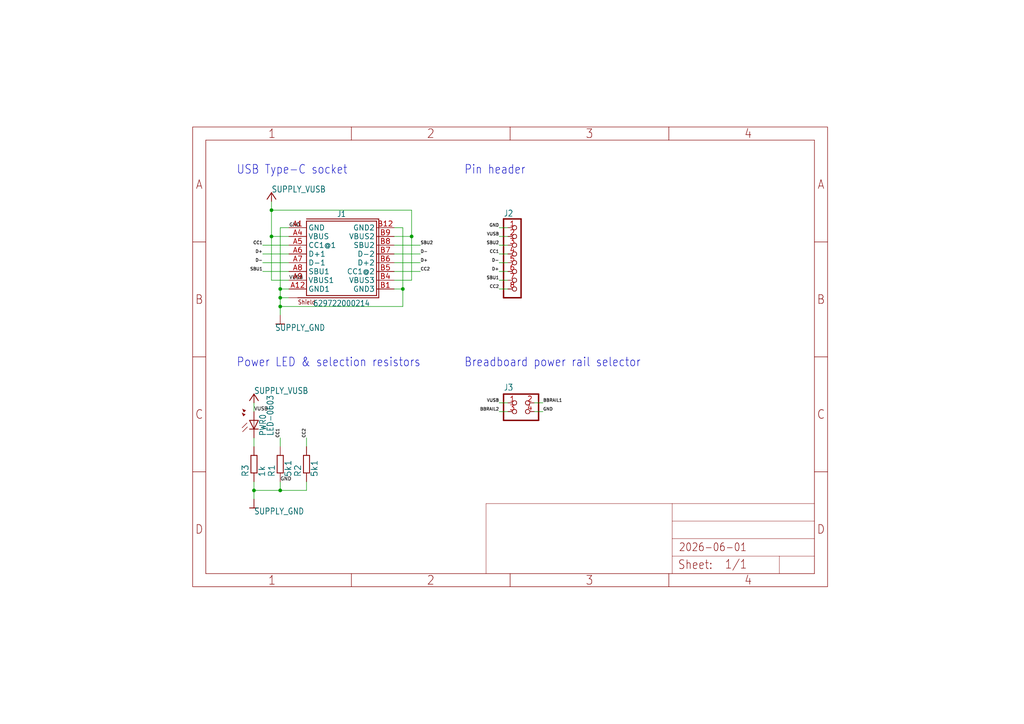
<source format=kicad_sch>
(kicad_sch (version 20250114) (generator "eeschema") (generator_version "9.0")
  (paper "A4")
  (lib_symbols
    (symbol "USB-C_breakout-eagle-import:629722000214"
      (property "Reference" "J" (at 0 11.43 0))
      (symbol "629722000214_1_0"
        (polyline (pts (xy -12.7 -12.7) (xy 10.795 -12.7)) (stroke (width 0.254)))
        (polyline (pts (xy -10.16 10.16) (xy 10.795 10.16)) (stroke (width 0.254)))
        (polyline (pts (xy -10.16 9.525) (xy 10.16 9.525)) (stroke (width 0.254)))
        (polyline (pts (xy -10.16 -12.065) (xy -10.16 9.525)) (stroke (width 0.254)))
        (polyline (pts (xy 10.16 9.525) (xy 10.16 -12.065)) (stroke (width 0.254)))
        (polyline (pts (xy 10.16 -12.065) (xy -10.16 -12.065)) (stroke (width 0.254)))
        (polyline (pts (xy 10.795 10.16) (xy 10.795 -12.7)) (stroke (width 0.254)))
        (text "Shield" (at -12.7 -14.732 0) (effects (font (size 1.27 1.0795)) (justify left bottom)))
        (pin passive line (at -15.24 7.62 0) (length 5.08) (name "GND") (number "A1"))
        (pin passive line (at -15.24 5.08 0) (length 5.08) (name "VBUS") (number "A4"))
        (pin passive line (at -15.24 2.54 0) (length 5.08) (name "CC1@1") (number "A5"))
        (pin passive line (at -15.24 0 0) (length 5.08) (name "D+1") (number "A6"))
        (pin passive line (at -15.24 -2.54 0) (length 5.08) (name "D-1") (number "A7"))
        (pin passive line (at -15.24 -5.08 0) (length 5.08) (name "SBU1") (number "A8"))
        (pin passive line (at -15.24 -7.62 0) (length 5.08) (name "VBUS1") (number "A9"))
        (pin passive line (at -15.24 -10.16 0) (length 5.08) (name "GND1") (number "A12"))
        (pin passive line (at -15.24 -12.7 0) (length 2.54) (name "SHIELD") (number "S1"))
        (pin passive line (at -15.24 -12.7 0) (length 2.54) (name "SHIELD") (number "S2"))
        (pin passive line (at -15.24 -12.7 0) (length 2.54) (name "SHIELD") (number "S3"))
        (pin passive line (at -15.24 -12.7 0) (length 2.54) (name "SHIELD") (number "S4"))
        (pin passive line (at 15.24 7.62 180) (length 5.08) (name "GND2") (number "B12"))
        (pin passive line (at 15.24 5.08 180) (length 5.08) (name "VBUS2") (number "B9"))
        (pin passive line (at 15.24 2.54 180) (length 5.08) (name "SBU2") (number "B8"))
        (pin passive line (at 15.24 0 180) (length 5.08) (name "D-2") (number "B7"))
        (pin passive line (at 15.24 -2.54 180) (length 5.08) (name "D+2") (number "B6"))
        (pin passive line (at 15.24 -5.08 180) (length 5.08) (name "CC1@2") (number "B5"))
        (pin passive line (at 15.24 -7.62 180) (length 5.08) (name "VBUS3") (number "B4"))
        (pin passive line (at 15.24 -10.16 180) (length 5.08) (name "GND3") (number "B1"))
      )
    )
    (symbol "USB-C_breakout-eagle-import:A5L-LOC"
      (symbol "A5L-LOC_1_0"
        (polyline (pts (xy 0 133.35) (xy 184.15 133.35) (xy 184.15 0) (xy 0 0) (xy 0 133.35)))
        (polyline (pts (xy 0 100.0125) (xy 3.81 100.0125)))
        (polyline (pts (xy 0 66.675) (xy 3.81 66.675)))
        (polyline (pts (xy 0 33.3375) (xy 3.81 33.3375)))
        (polyline (pts (xy 3.81 129.54) (xy 3.81 3.81)))
        (polyline (pts (xy 46.0375 133.35) (xy 46.0375 129.54)))
        (polyline (pts (xy 46.0375 3.81) (xy 46.0375 0)))
        (polyline (pts (xy 85.09 24.13) (xy 139.065 24.13)) (stroke (width 0.1016)))
        (polyline (pts (xy 85.09 3.81) (xy 85.09 24.13)) (stroke (width 0.1016)))
        (polyline (pts (xy 92.075 133.35) (xy 92.075 129.54)))
        (polyline (pts (xy 92.075 3.81) (xy 92.075 0)))
        (polyline (pts (xy 138.1125 133.35) (xy 138.1125 129.54)))
        (polyline (pts (xy 138.1125 3.81) (xy 138.1125 0)))
        (polyline (pts (xy 139.065 24.13) (xy 180.34 24.13)) (stroke (width 0.1016)))
        (polyline (pts (xy 139.065 19.05) (xy 139.065 24.13)) (stroke (width 0.1016)))
        (polyline (pts (xy 139.065 19.05) (xy 180.34 19.05)) (stroke (width 0.1016)))
        (polyline (pts (xy 139.065 13.97) (xy 139.065 19.05)) (stroke (width 0.1016)))
        (polyline (pts (xy 139.065 13.97) (xy 180.34 13.97)) (stroke (width 0.1016)))
        (polyline (pts (xy 139.065 8.89) (xy 139.065 13.97)) (stroke (width 0.1016)))
        (polyline (pts (xy 139.065 8.89) (xy 139.065 3.81)) (stroke (width 0.1016)))
        (polyline (pts (xy 170.18 8.89) (xy 139.065 8.89)) (stroke (width 0.1016)))
        (polyline (pts (xy 170.18 8.89) (xy 180.34 8.89)) (stroke (width 0.1016)))
        (polyline (pts (xy 170.18 3.81) (xy 170.18 8.89)) (stroke (width 0.1016)))
        (polyline (pts (xy 180.34 129.54) (xy 3.81 129.54)))
        (polyline (pts (xy 180.34 129.54) (xy 180.34 3.81)))
        (polyline (pts (xy 180.34 100.0125) (xy 184.15 100.0125)))
        (polyline (pts (xy 180.34 66.675) (xy 184.15 66.675)))
        (polyline (pts (xy 180.34 33.3375) (xy 184.15 33.3375)))
        (polyline (pts (xy 180.34 3.81) (xy 3.81 3.81)))
        (text "A" (at 1.905 116.6813 0) (effects (font (size 2.54 2.286))))
        (text "B" (at 1.905 83.3438 0) (effects (font (size 2.54 2.286))))
        (text "C" (at 1.905 50.0063 0) (effects (font (size 2.54 2.286))))
        (text "D" (at 1.905 16.6688 0) (effects (font (size 2.54 2.286))))
        (text "1" (at 23.0188 131.445 0) (effects (font (size 2.54 2.286))))
        (text "1" (at 23.0188 1.905 0) (effects (font (size 2.54 2.286))))
        (text "2" (at 69.0563 131.445 0) (effects (font (size 2.54 2.286))))
        (text "2" (at 69.0563 1.905 0) (effects (font (size 2.54 2.286))))
        (text "3" (at 115.0938 131.445 0) (effects (font (size 2.54 2.286))))
        (text "3" (at 115.0938 1.905 0) (effects (font (size 2.54 2.286))))
        (text "Sheet:" (at 140.716 4.953 0) (effects (font (size 2.54 2.159)) (justify left bottom)))
        (text "${PROJECTNAME}" (at 140.97 15.24 0) (effects (font (size 2.54 2.159)) (justify left bottom)))
        (text "${CURRENT_DATE}" (at 140.97 10.16 0) (effects (font (size 2.286 1.9431)) (justify left bottom)))
        (text "${#}/${##}" (at 154.305 5.08 0) (effects (font (size 2.54 2.159)) (justify left bottom)))
        (text "4" (at 161.1313 131.445 0) (effects (font (size 2.54 2.286))))
        (text "4" (at 161.1313 1.905 0) (effects (font (size 2.54 2.286))))
        (text "A" (at 182.245 116.6813 0) (effects (font (size 2.54 2.286))))
        (text "B" (at 182.245 83.3438 0) (effects (font (size 2.54 2.286))))
        (text "C" (at 182.245 50.0063 0) (effects (font (size 2.54 2.286))))
        (text "D" (at 182.245 16.6688 0) (effects (font (size 2.54 2.286))))
      )
    )
    (symbol "USB-C_breakout-eagle-import:CON_HEADER_1X08-PTH"
      (property "Reference" "J" (at -1.27 10.795 0))
      (symbol "CON_HEADER_1X08-PTH_1_0"
        (polyline (pts (xy -1.27 10.16) (xy 3.81 10.16)) (stroke (width 0.4064)))
        (polyline (pts (xy -1.27 -12.7) (xy -1.27 10.16)) (stroke (width 0.4064)))
        (polyline (pts (xy 3.81 10.16) (xy 3.81 -12.7)) (stroke (width 0.4064)))
        (polyline (pts (xy 3.81 -12.7) (xy -1.27 -12.7)) (stroke (width 0.4064)))
        (pin passive inverted (at 0 7.62 0) (length 2.54) (name "1") (number "1"))
        (pin passive inverted (at 0 5.08 0) (length 2.54) (name "2") (number "2"))
        (pin passive inverted (at 0 2.54 0) (length 2.54) (name "3") (number "3"))
        (pin passive inverted (at 0 0 0) (length 2.54) (name "4") (number "4"))
        (pin passive inverted (at 0 -2.54 0) (length 2.54) (name "5") (number "5"))
        (pin passive inverted (at 0 -5.08 0) (length 2.54) (name "6") (number "6"))
        (pin passive inverted (at 0 -7.62 0) (length 2.54) (name "7") (number "7"))
        (pin passive inverted (at 0 -10.16 0) (length 2.54) (name "8") (number "8"))
      )
    )
    (symbol "USB-C_breakout-eagle-import:CON_HEADER_2X02-PTH"
      (property "Reference" "J" (at -1.27 3.4925 0))
      (symbol "CON_HEADER_2X02-PTH_1_0"
        (polyline (pts (xy -1.27 2.54) (xy 8.89 2.54)) (stroke (width 0.4064)))
        (polyline (pts (xy -1.27 -5.08) (xy -1.27 2.54)) (stroke (width 0.4064)))
        (polyline (pts (xy 8.89 2.54) (xy 8.89 -5.08)) (stroke (width 0.4064)))
        (polyline (pts (xy 8.89 -5.08) (xy -1.27 -5.08)) (stroke (width 0.4064)))
        (pin passive inverted (at 0 0 0) (length 2.54) (name "1") (number "1"))
        (pin passive inverted (at 0 -2.54 0) (length 2.54) (name "3") (number "3"))
        (pin passive inverted (at 7.62 0 180) (length 2.54) (name "2") (number "2"))
        (pin passive inverted (at 7.62 -2.54 180) (length 2.54) (name "4") (number "4"))
      )
    )
    (symbol "USB-C_breakout-eagle-import:LED-0603"
      (property "Reference" "LED" (at 3.556 -4.572 90))
      (symbol "LED-0603_1_0"
        (polyline (pts (xy -3.429 2.159) (xy -3.048 1.27) (xy -2.54 1.778)) (stroke (width 0.1524)) (fill (type outline)))
        (polyline (pts (xy -3.302 3.302) (xy -2.921 2.413) (xy -2.413 2.921)) (stroke (width 0.1524)) (fill (type outline)))
        (polyline (pts (xy -2.032 -0.762) (xy -3.429 -2.159)) (stroke (width 0.1524)))
        (polyline (pts (xy -1.905 -1.905) (xy -3.302 -3.302)) (stroke (width 0.1524)))
        (polyline (pts (xy 0 0) (xy -1.27 0)) (stroke (width 0.254)))
        (polyline (pts (xy 0 0) (xy 0 -2.54)) (stroke (width 0.1524)))
        (polyline (pts (xy 0 -2.54) (xy -1.27 0)) (stroke (width 0.254)))
        (polyline (pts (xy 0 -2.54) (xy -1.27 -2.54)) (stroke (width 0.254)))
        (polyline (pts (xy 1.27 0) (xy 0 0)) (stroke (width 0.254)))
        (polyline (pts (xy 1.27 0) (xy 0 -2.54)) (stroke (width 0.254)))
        (polyline (pts (xy 1.27 -2.54) (xy 0 -2.54)) (stroke (width 0.254)))
        (pin passive line (at 0 2.54 270) (length 2.54) (name "A") (number "A"))
        (pin passive line (at 0 -5.08 90) (length 2.54) (name "C") (number "C"))
      )
    )
    (symbol "USB-C_breakout-eagle-import:RESISTOR-0603"
      (property "Reference" "R" (at -3.81 1.4986 0))
      (symbol "RESISTOR-0603_1_0"
        (polyline (pts (xy -2.54 -0.889) (xy -2.54 0.889)) (stroke (width 0.254)))
        (polyline (pts (xy -2.54 -0.889) (xy 2.54 -0.889)) (stroke (width 0.254)))
        (polyline (pts (xy 2.54 0.889) (xy -2.54 0.889)) (stroke (width 0.254)))
        (polyline (pts (xy 2.54 -0.889) (xy 2.54 0.889)) (stroke (width 0.254)))
        (pin passive line (at -5.08 0 0) (length 2.54) (name "1") (number "1"))
        (pin passive line (at 5.08 0 180) (length 2.54) (name "2") (number "2"))
      )
    )
    (symbol "USB-C_breakout-eagle-import:SUPPLY_GND" (power)
      (symbol "SUPPLY_GND_1_0"
        (polyline (pts (xy 1.27 0) (xy -1.27 0)) (stroke (width 0.254)))
        (pin power_in line (at 0 2.54 270) (length 2.54) (name "GND") (number "1"))
      )
    )
    (symbol "USB-C_breakout-eagle-import:SUPPLY_VUSB" (power)
      (symbol "SUPPLY_VUSB_1_0"
        (polyline (pts (xy 0 2.54) (xy -1.27 0.635)) (stroke (width 0.254)))
        (polyline (pts (xy 1.27 0.635) (xy 0 2.54)) (stroke (width 0.254)))
        (pin power_in line (at 0 0 90) (length 2.54) (name "VUSB") (number "1"))
      )
    )
  )
  (text "Breadboard power rail selector" (at 134.62 106.68 0) (effects (font (size 2.54 2.159)) (justify left bottom)))
  (text "USB Type-C socket" (at 68.58 50.8 0) (effects (font (size 2.54 2.159)) (justify left bottom)))
  (text "Power LED & selection resistors" (at 68.58 106.68 0) (effects (font (size 2.54 2.159)) (justify left bottom)))
  (text "Pin header" (at 134.62 50.8 0) (effects (font (size 2.54 2.159)) (justify left bottom)))
  (junction (at 81.28 83.82))
  (junction (at 81.28 86.36))
  (junction (at 81.28 88.9))
  (junction (at 78.74 60.96))
  (junction (at 78.74 68.58))
  (junction (at 73.66 142.24))
  (junction (at 81.28 142.24))
  (junction (at 116.84 83.82))
  (junction (at 119.38 68.58))
  (wire (pts (xy 119.38 81.28) (xy 119.38 68.58)) (stroke (width 0.1524)))
  (wire (pts (xy 119.38 60.96) (xy 78.74 60.96)) (stroke (width 0.1524)))
  (wire (pts (xy 147.32 68.58) (xy 144.78 68.58)) (stroke (width 0.1524)))
  (wire (pts (xy 88.9 142.24) (xy 81.28 142.24)) (stroke (width 0.1524)))
  (wire (pts (xy 147.32 81.28) (xy 144.78 81.28)) (stroke (width 0.1524)))
  (wire (pts (xy 81.28 66.04) (xy 81.28 83.82)) (stroke (width 0.1524)))
  (wire (pts (xy 73.66 119.38) (xy 73.66 116.84)) (stroke (width 0.1524)))
  (wire (pts (xy 114.3 83.82) (xy 116.84 83.82)) (stroke (width 0.1524)))
  (wire (pts (xy 83.82 86.36) (xy 81.28 86.36)) (stroke (width 0.1524)))
  (wire (pts (xy 78.74 60.96) (xy 78.74 58.42)) (stroke (width 0.1524)))
  (wire (pts (xy 81.28 88.9) (xy 81.28 91.44)) (stroke (width 0.1524)))
  (wire (pts (xy 114.3 81.28) (xy 119.38 81.28)) (stroke (width 0.1524)))
  (wire (pts (xy 114.3 73.66) (xy 121.92 73.66)) (stroke (width 0.1524)))
  (wire (pts (xy 88.9 129.54) (xy 88.9 127)) (stroke (width 0.1524)))
  (wire (pts (xy 144.78 73.66) (xy 147.32 73.66)) (stroke (width 0.1524)))
  (wire (pts (xy 81.28 139.7) (xy 81.28 142.24)) (stroke (width 0.1524)))
  (wire (pts (xy 78.74 68.58) (xy 78.74 60.96)) (stroke (width 0.1524)))
  (wire (pts (xy 114.3 78.74) (xy 121.92 78.74)) (stroke (width 0.1524)))
  (wire (pts (xy 147.32 83.82) (xy 144.78 83.82)) (stroke (width 0.1524)))
  (wire (pts (xy 88.9 139.7) (xy 88.9 142.24)) (stroke (width 0.1524)))
  (wire (pts (xy 147.32 116.84) (xy 144.78 116.84)) (stroke (width 0.1524)))
  (wire (pts (xy 114.3 76.2) (xy 121.92 76.2)) (stroke (width 0.1524)))
  (wire (pts (xy 81.28 129.54) (xy 81.28 127)) (stroke (width 0.1524)))
  (wire (pts (xy 147.32 119.38) (xy 144.78 119.38)) (stroke (width 0.1524)))
  (wire (pts (xy 147.32 66.04) (xy 144.78 66.04)) (stroke (width 0.1524)))
  (wire (pts (xy 114.3 68.58) (xy 119.38 68.58)) (stroke (width 0.1524)))
  (wire (pts (xy 114.3 71.12) (xy 121.92 71.12)) (stroke (width 0.1524)))
  (wire (pts (xy 83.82 78.74) (xy 76.2 78.74)) (stroke (width 0.1524)))
  (wire (pts (xy 116.84 83.82) (xy 116.84 88.9)) (stroke (width 0.1524)))
  (wire (pts (xy 81.28 83.82) (xy 81.28 86.36)) (stroke (width 0.1524)))
  (wire (pts (xy 83.82 68.58) (xy 78.74 68.58)) (stroke (width 0.1524)))
  (wire (pts (xy 147.32 78.74) (xy 144.78 78.74)) (stroke (width 0.1524)))
  (wire (pts (xy 83.82 66.04) (xy 81.28 66.04)) (stroke (width 0.1524)))
  (wire (pts (xy 83.82 73.66) (xy 76.2 73.66)) (stroke (width 0.1524)))
  (wire (pts (xy 116.84 88.9) (xy 81.28 88.9)) (stroke (width 0.1524)))
  (wire (pts (xy 81.28 86.36) (xy 81.28 88.9)) (stroke (width 0.1524)))
  (wire (pts (xy 83.82 81.28) (xy 78.74 81.28)) (stroke (width 0.1524)))
  (wire (pts (xy 73.66 139.7) (xy 73.66 142.24)) (stroke (width 0.1524)))
  (wire (pts (xy 83.82 83.82) (xy 81.28 83.82)) (stroke (width 0.1524)))
  (wire (pts (xy 73.66 142.24) (xy 81.28 142.24)) (stroke (width 0.1524)))
  (wire (pts (xy 73.66 144.78) (xy 73.66 142.24)) (stroke (width 0.1524)))
  (wire (pts (xy 116.84 66.04) (xy 116.84 83.82)) (stroke (width 0.1524)))
  (wire (pts (xy 147.32 76.2) (xy 144.78 76.2)) (stroke (width 0.1524)))
  (wire (pts (xy 154.94 119.38) (xy 157.48 119.38)) (stroke (width 0.1524)))
  (wire (pts (xy 83.82 76.2) (xy 76.2 76.2)) (stroke (width 0.1524)))
  (wire (pts (xy 114.3 66.04) (xy 116.84 66.04)) (stroke (width 0.1524)))
  (wire (pts (xy 154.94 116.84) (xy 157.48 116.84)) (stroke (width 0.1524)))
  (wire (pts (xy 147.32 71.12) (xy 144.78 71.12)) (stroke (width 0.1524)))
  (wire (pts (xy 119.38 68.58) (xy 119.38 60.96)) (stroke (width 0.1524)))
  (wire (pts (xy 73.66 129.54) (xy 73.66 127)) (stroke (width 0.1524)))
  (wire (pts (xy 78.74 81.28) (xy 78.74 68.58)) (stroke (width 0.1524)))
  (wire (pts (xy 83.82 71.12) (xy 76.2 71.12)) (stroke (width 0.1524)))
  (label "SBU1" (at 144.78 81.28 180) (effects (font (size 0.889 0.889))))
  (label "GND" (at 81.28 139.7 0) (effects (font (size 1.016 1.016))))
  (label "CC1" (at 144.78 73.66 180) (effects (font (size 0.889 0.889))))
  (label "D-" (at 121.92 73.66 0) (effects (font (size 0.889 0.889))))
  (label "BBRAIL1" (at 157.48 116.84 0) (effects (font (size 0.889 0.889))))
  (label "CC1" (at 76.2 71.12 180) (effects (font (size 0.889 0.889))))
  (label "GND" (at 83.82 66.04 0) (effects (font (size 1.016 1.016))))
  (label "CC2" (at 144.78 83.82 180) (effects (font (size 0.889 0.889))))
  (label "D-" (at 76.2 76.2 180) (effects (font (size 0.889 0.889))))
  (label "CC2" (at 88.9 127 90) (effects (font (size 0.889 0.889))))
  (label "CC1" (at 81.28 127 90) (effects (font (size 0.889 0.889))))
  (label "SBU2" (at 144.78 71.12 180) (effects (font (size 0.889 0.889))))
  (label "BBRAIL2" (at 144.78 119.38 180) (effects (font (size 0.889 0.889))))
  (label "VUSB" (at 144.78 68.58 180) (effects (font (size 0.889 0.889))))
  (label "GND" (at 144.78 66.04 180) (effects (font (size 0.889 0.889))))
  (label "VUSB" (at 83.82 81.28 0) (effects (font (size 1.016 1.016))))
  (label "D+" (at 121.92 76.2 0) (effects (font (size 0.889 0.889))))
  (label "VUSB" (at 144.78 116.84 180) (effects (font (size 0.889 0.889))))
  (label "D+" (at 76.2 73.66 180) (effects (font (size 0.889 0.889))))
  (label "D-" (at 144.78 76.2 180) (effects (font (size 0.889 0.889))))
  (label "D+" (at 144.78 78.74 180) (effects (font (size 0.889 0.889))))
  (label "CC2" (at 121.92 78.74 0) (effects (font (size 0.889 0.889))))
  (label "VUSB" (at 73.66 119.38 0) (effects (font (size 1.016 1.016))))
  (label "SBU2" (at 121.92 71.12 0) (effects (font (size 0.889 0.889))))
  (label "GND" (at 157.48 119.38 0) (effects (font (size 0.889 0.889))))
  (label "SBU1" (at 76.2 78.74 180) (effects (font (size 0.889 0.889))))
  (symbol (lib_id "USB-C_breakout-eagle-import:SUPPLY_VUSB") (at 78.74 58.42 0) (unit 1)
    (property "Reference" "#VUSB1" (effects (hide yes)))
    (property "Value" "SUPPLY_VUSB" (at 78.74 55.88 0) (effects (font (size 1.778 1.5113)) (justify left bottom)))
  )
  (symbol (lib_id "USB-C_breakout-eagle-import:LED-0603") (at 73.66 121.92 0) (unit 1)
    (property "Reference" "PWR0" (at 77.216 126.492 90) (effects (font (size 1.778 1.5113)) (justify left bottom)))
    (property "Value" "LED-0603" (at 79.375 126.492 90) (effects (font (size 1.778 1.5113)) (justify left bottom)))
    (property "Footprint" "USB-C_breakout:LED-603" (effects (hide yes)))
  )
  (symbol (lib_id "USB-C_breakout-eagle-import:SUPPLY_GND") (at 81.28 93.98 0) (unit 1)
    (property "Reference" "#GND1" (effects (hide yes)))
    (property "Value" "SUPPLY_GND" (at 79.756 96.012 0) (effects (font (size 1.778 1.5113)) (justify left bottom)))
  )
  (symbol (lib_id "USB-C_breakout-eagle-import:RESISTOR-0603") (at 81.28 134.62 90) (unit 1)
    (property "Reference" "R1" (at 79.7814 138.43 0) (effects (font (size 1.778 1.778)) (justify left bottom)))
    (property "Value" "5k1" (at 84.582 138.43 0) (effects (font (size 1.778 1.778)) (justify left bottom)))
    (property "Footprint" "USB-C_breakout:R603" (effects (hide yes)))
  )
  (symbol (lib_id "USB-C_breakout-eagle-import:CON_HEADER_1X08-PTH") (at 147.32 73.66 0) (unit 1)
    (property "Reference" "J2" (at 146.05 62.865 0) (effects (font (size 1.778 1.5113)) (justify left bottom)))
    (property "Value" "CON_HEADER_1X08-PTH" (effects (hide yes)))
    (property "Footprint" "USB-C_breakout:M1X8" (effects (hide yes)))
  )
  (symbol (lib_id "USB-C_breakout-eagle-import:629722000214") (at 99.06 73.66 0) (unit 1)
    (property "Reference" "J1" (at 99.06 62.992 0) (effects (font (size 1.6764 1.4249)) (justify bottom)))
    (property "Value" "629722000214" (at 99.06 88.9 0) (effects (font (size 1.6764 1.4249)) (justify bottom)))
    (property "Footprint" "USB-C_breakout:629722000214" (effects (hide yes)))
  )
  (symbol (lib_id "USB-C_breakout-eagle-import:RESISTOR-0603") (at 88.9 134.62 90) (unit 1)
    (property "Reference" "R2" (at 87.4014 138.43 0) (effects (font (size 1.778 1.778)) (justify left bottom)))
    (property "Value" "5k1" (at 92.202 138.43 0) (effects (font (size 1.778 1.778)) (justify left bottom)))
    (property "Footprint" "USB-C_breakout:R603" (effects (hide yes)))
  )
  (symbol (lib_id "USB-C_breakout-eagle-import:A5L-LOC") (at 55.88 170.18 0) (unit 1)
    (property "Reference" "#FRAME2" (effects (hide yes)))
    (property "Value" "A5L-LOC" (effects (hide yes)))
  )
  (symbol (lib_id "USB-C_breakout-eagle-import:SUPPLY_GND") (at 73.66 147.32 0) (unit 1)
    (property "Reference" "#GND2" (effects (hide yes)))
    (property "Value" "SUPPLY_GND" (at 73.66 147.32 0) (effects (font (size 1.778 1.5113)) (justify left top)))
  )
  (symbol (lib_id "USB-C_breakout-eagle-import:CON_HEADER_2X02-PTH") (at 147.32 116.84 0) (unit 1)
    (property "Reference" "J3" (at 146.05 113.3475 0) (effects (font (size 1.778 1.5113)) (justify left bottom)))
    (property "Value" "CON_HEADER_2X02-PTH" (effects (hide yes)))
    (property "Footprint" "USB-C_breakout:M2X2" (effects (hide yes)))
  )
  (symbol (lib_id "USB-C_breakout-eagle-import:SUPPLY_VUSB") (at 73.66 116.84 0) (unit 1)
    (property "Reference" "#VUSB2" (effects (hide yes)))
    (property "Value" "SUPPLY_VUSB" (at 73.66 114.3 0) (effects (font (size 1.778 1.5113)) (justify left bottom)))
  )
  (symbol (lib_id "USB-C_breakout-eagle-import:RESISTOR-0603") (at 73.66 134.62 90) (unit 1)
    (property "Reference" "R3" (at 72.1614 138.43 0) (effects (font (size 1.778 1.778)) (justify left bottom)))
    (property "Value" "1k" (at 76.962 138.43 0) (effects (font (size 1.778 1.778)) (justify left bottom)))
    (property "Footprint" "USB-C_breakout:R603" (effects (hide yes)))
  )
)
</source>
